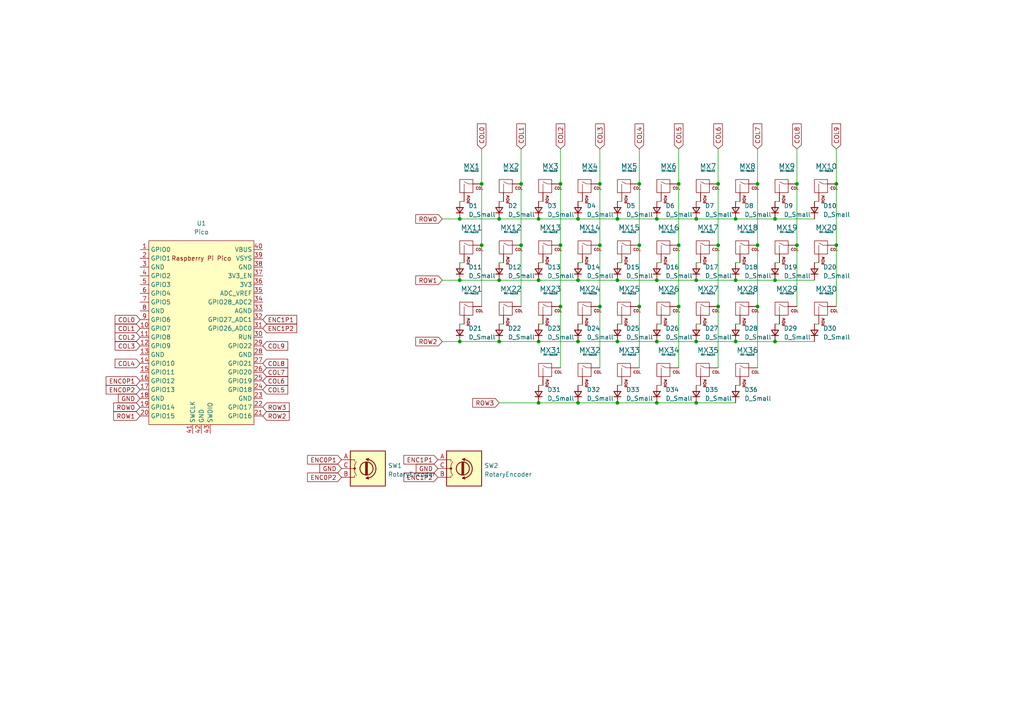
<source format=kicad_sch>
(kicad_sch (version 20211123) (generator eeschema)
  (paper "A4")
  (lib_symbols
    (symbol "Device:D_Small" (pin_numbers hide) (pin_names (offset 0.254) hide)
      (property "Reference" "D" (at -1.27 2.032 0))
      (property "Value" "D_Small" (at -3.81 -2.032 0))
      (symbol "D_Small_0_1"
        (polyline (pts (xy -0.762 -1.016) (xy -0.762 1.016)) (stroke (width 0.254)))
        (polyline (pts (xy -0.762 0) (xy 0.762 0)))
        (polyline (pts (xy 0.762 -1.016) (xy -0.762 0) (xy 0.762 1.016) (xy 0.762 -1.016)) (stroke (width 0.254)))
      )
      (symbol "D_Small_1_1"
        (pin passive line (at -2.54 0 0) (length 1.778) (name "K") (number "1"))
        (pin passive line (at 2.54 0 180) (length 1.778) (name "A") (number "2"))
      )
    )
    (symbol "Device:RotaryEncoder" (pin_names (offset 0.254) hide)
      (property "Reference" "SW" (at 0 6.604 0))
      (property "Value" "RotaryEncoder" (at 0 -6.604 0))
      (symbol "RotaryEncoder_0_1"
        (rectangle (start -5.08 5.08) (end 5.08 -5.08) (stroke (width 0.254)) (fill (type background)))
        (circle (center -3.81 0) (radius 0.254) (fill (type outline)))
        (arc (start -0.381 -2.794) (mid 2.3622 -0.0508) (end -0.381 2.667) (stroke (width 0.254)))
        (circle (center -0.381 0) (radius 1.905) (stroke (width 0.254)))
        (polyline (pts (xy -0.635 -1.778) (xy -0.635 1.778)) (stroke (width 0.254)))
        (polyline (pts (xy -0.381 -1.778) (xy -0.381 1.778)) (stroke (width 0.254)))
        (polyline (pts (xy -0.127 1.778) (xy -0.127 -1.778)) (stroke (width 0.254)))
        (polyline (pts (xy -5.08 -2.54) (xy -3.81 -2.54) (xy -3.81 -2.032)))
        (polyline (pts (xy -5.08 2.54) (xy -3.81 2.54) (xy -3.81 2.032)))
        (polyline (pts (xy 0.254 -3.048) (xy -0.508 -2.794) (xy 0.127 -2.413)) (stroke (width 0.254)))
        (polyline (pts (xy 0.254 2.921) (xy -0.508 2.667) (xy 0.127 2.286)) (stroke (width 0.254)))
        (polyline (pts (xy -5.08 0) (xy -3.81 0) (xy -3.81 -1.016) (xy -3.302 -2.032)))
        (polyline (pts (xy -4.318 0) (xy -3.81 0) (xy -3.81 1.016) (xy -3.302 2.032)))
      )
      (symbol "RotaryEncoder_1_1"
        (pin passive line (at -7.62 2.54 0) (length 2.54) (name "A") (number "A"))
        (pin passive line (at -7.62 -2.54 0) (length 2.54) (name "B") (number "B"))
        (pin passive line (at -7.62 0 0) (length 2.54) (name "C") (number "C"))
      )
    )
    (symbol "MCU_RaspberryPi_and_Boards:Pico"
      (property "Reference" "U" (at -13.97 27.94 0))
      (property "Value" "Pico" (at 0 19.05 0))
      (symbol "Pico_0_0"
        (text "Raspberry Pi Pico" (at 0 21.59 0) (effects (font (size 1.27 1.27))))
      )
      (symbol "Pico_0_1"
        (rectangle (start -15.24 26.67) (end 15.24 -26.67) (fill (type background)))
      )
      (symbol "Pico_1_1"
        (pin bidirectional line (at -17.78 24.13 0) (length 2.54) (name "GPIO0") (number "1"))
        (pin bidirectional line (at -17.78 1.27 0) (length 2.54) (name "GPIO7") (number "10"))
        (pin bidirectional line (at -17.78 -1.27 0) (length 2.54) (name "GPIO8") (number "11"))
        (pin bidirectional line (at -17.78 -3.81 0) (length 2.54) (name "GPIO9") (number "12"))
        (pin power_in line (at -17.78 -6.35 0) (length 2.54) (name "GND") (number "13"))
        (pin bidirectional line (at -17.78 -8.89 0) (length 2.54) (name "GPIO10") (number "14"))
        (pin bidirectional line (at -17.78 -11.43 0) (length 2.54) (name "GPIO11") (number "15"))
        (pin bidirectional line (at -17.78 -13.97 0) (length 2.54) (name "GPIO12") (number "16"))
        (pin bidirectional line (at -17.78 -16.51 0) (length 2.54) (name "GPIO13") (number "17"))
        (pin power_in line (at -17.78 -19.05 0) (length 2.54) (name "GND") (number "18"))
        (pin bidirectional line (at -17.78 -21.59 0) (length 2.54) (name "GPIO14") (number "19"))
        (pin bidirectional line (at -17.78 21.59 0) (length 2.54) (name "GPIO1") (number "2"))
        (pin bidirectional line (at -17.78 -24.13 0) (length 2.54) (name "GPIO15") (number "20"))
        (pin bidirectional line (at 17.78 -24.13 180) (length 2.54) (name "GPIO16") (number "21"))
        (pin bidirectional line (at 17.78 -21.59 180) (length 2.54) (name "GPIO17") (number "22"))
        (pin power_in line (at 17.78 -19.05 180) (length 2.54) (name "GND") (number "23"))
        (pin bidirectional line (at 17.78 -16.51 180) (length 2.54) (name "GPIO18") (number "24"))
        (pin bidirectional line (at 17.78 -13.97 180) (length 2.54) (name "GPIO19") (number "25"))
        (pin bidirectional line (at 17.78 -11.43 180) (length 2.54) (name "GPIO20") (number "26"))
        (pin bidirectional line (at 17.78 -8.89 180) (length 2.54) (name "GPIO21") (number "27"))
        (pin power_in line (at 17.78 -6.35 180) (length 2.54) (name "GND") (number "28"))
        (pin bidirectional line (at 17.78 -3.81 180) (length 2.54) (name "GPIO22") (number "29"))
        (pin power_in line (at -17.78 19.05 0) (length 2.54) (name "GND") (number "3"))
        (pin input line (at 17.78 -1.27 180) (length 2.54) (name "RUN") (number "30"))
        (pin bidirectional line (at 17.78 1.27 180) (length 2.54) (name "GPIO26_ADC0") (number "31"))
        (pin bidirectional line (at 17.78 3.81 180) (length 2.54) (name "GPIO27_ADC1") (number "32"))
        (pin power_in line (at 17.78 6.35 180) (length 2.54) (name "AGND") (number "33"))
        (pin bidirectional line (at 17.78 8.89 180) (length 2.54) (name "GPIO28_ADC2") (number "34"))
        (pin power_in line (at 17.78 11.43 180) (length 2.54) (name "ADC_VREF") (number "35"))
        (pin power_in line (at 17.78 13.97 180) (length 2.54) (name "3V3") (number "36"))
        (pin input line (at 17.78 16.51 180) (length 2.54) (name "3V3_EN") (number "37"))
        (pin bidirectional line (at 17.78 19.05 180) (length 2.54) (name "GND") (number "38"))
        (pin power_in line (at 17.78 21.59 180) (length 2.54) (name "VSYS") (number "39"))
        (pin bidirectional line (at -17.78 16.51 0) (length 2.54) (name "GPIO2") (number "4"))
        (pin power_in line (at 17.78 24.13 180) (length 2.54) (name "VBUS") (number "40"))
        (pin input line (at -2.54 -29.21 90) (length 2.54) (name "SWCLK") (number "41"))
        (pin power_in line (at 0 -29.21 90) (length 2.54) (name "GND") (number "42"))
        (pin bidirectional line (at 2.54 -29.21 90) (length 2.54) (name "SWDIO") (number "43"))
        (pin bidirectional line (at -17.78 13.97 0) (length 2.54) (name "GPIO3") (number "5"))
        (pin bidirectional line (at -17.78 11.43 0) (length 2.54) (name "GPIO4") (number "6"))
        (pin bidirectional line (at -17.78 8.89 0) (length 2.54) (name "GPIO5") (number "7"))
        (pin power_in line (at -17.78 6.35 0) (length 2.54) (name "GND") (number "8"))
        (pin bidirectional line (at -17.78 3.81 0) (length 2.54) (name "GPIO6") (number "9"))
      )
    )
    (symbol "MX_Alps_Hybrid:MX-NoLED" (pin_names (offset 1.016))
      (property "Reference" "MX" (at -0.635 3.81 0))
      (property "Value" "MX-NoLED" (at -0.635 1.27 0))
      (symbol "MX-NoLED_0_0"
        (rectangle (start -2.54 2.54) (end 1.27 -1.27))
        (polyline (pts (xy -1.27 -1.27) (xy -1.27 1.27)) (stroke (width 0.127)))
        (polyline (pts (xy 1.27 1.27) (xy 0 1.27) (xy -1.27 1.905)) (stroke (width 0.127)))
        (text "COL" (at 3.175 0 0) (effects (font (size 0.762 0.762))))
        (text "ROW" (at 0 -1.905 900) (effects (font (size 0.762 0.762)) (justify right)))
      )
      (symbol "MX-NoLED_1_1"
        (pin passive line (at 3.81 1.27 180) (length 2.54) (name "COL") (number "1"))
        (pin passive line (at -1.27 -3.81 90) (length 2.54) (name "ROW") (number "2"))
      )
    )
  )
  (junction (at 179.07 81.28))
  (junction (at 144.78 99.06))
  (junction (at 156.21 116.84))
  (junction (at 167.64 99.06))
  (junction (at 190.5 116.84))
  (junction (at 224.79 99.06))
  (junction (at 139.7 53.34))
  (junction (at 173.99 71.12))
  (junction (at 167.64 81.28))
  (junction (at 139.7 71.12))
  (junction (at 173.99 88.9))
  (junction (at 167.64 116.84))
  (junction (at 179.07 63.5))
  (junction (at 179.07 116.84))
  (junction (at 213.36 81.28))
  (junction (at 167.64 63.5))
  (junction (at 190.5 63.5))
  (junction (at 133.35 99.06))
  (junction (at 219.71 88.9))
  (junction (at 208.28 53.34))
  (junction (at 185.42 53.34))
  (junction (at 156.21 99.06))
  (junction (at 242.57 53.34))
  (junction (at 219.71 53.34))
  (junction (at 144.78 63.5))
  (junction (at 133.35 63.5))
  (junction (at 179.07 99.06))
  (junction (at 162.56 88.9))
  (junction (at 190.5 81.28))
  (junction (at 213.36 63.5))
  (junction (at 151.13 71.12))
  (junction (at 201.93 63.5))
  (junction (at 156.21 81.28))
  (junction (at 231.14 71.12))
  (junction (at 219.71 71.12))
  (junction (at 201.93 116.84))
  (junction (at 185.42 71.12))
  (junction (at 208.28 88.9))
  (junction (at 162.56 71.12))
  (junction (at 151.13 53.34))
  (junction (at 196.85 53.34))
  (junction (at 201.93 99.06))
  (junction (at 242.57 71.12))
  (junction (at 190.5 99.06))
  (junction (at 224.79 81.28))
  (junction (at 156.21 63.5))
  (junction (at 224.79 63.5))
  (junction (at 133.35 81.28))
  (junction (at 196.85 71.12))
  (junction (at 201.93 81.28))
  (junction (at 144.78 81.28))
  (junction (at 185.42 88.9))
  (junction (at 162.56 53.34))
  (junction (at 231.14 53.34))
  (junction (at 196.85 88.9))
  (junction (at 208.28 71.12))
  (junction (at 213.36 99.06))
  (junction (at 173.99 53.34))
  (wire (pts (xy 208.28 71.12) (xy 208.28 88.9)))
  (wire (pts (xy 144.78 58.42) (xy 146.05 58.42)))
  (wire (pts (xy 231.14 53.34) (xy 231.14 71.12)))
  (wire (pts (xy 190.5 99.06) (xy 201.93 99.06)))
  (wire (pts (xy 201.93 111.76) (xy 203.2 111.76)))
  (wire (pts (xy 242.57 71.12) (xy 242.57 88.9)))
  (wire (pts (xy 179.07 58.42) (xy 180.34 58.42)))
  (wire (pts (xy 173.99 88.9) (xy 173.99 106.68)))
  (wire (pts (xy 179.07 111.76) (xy 180.34 111.76)))
  (wire (pts (xy 162.56 88.9) (xy 162.56 106.68)))
  (wire (pts (xy 167.64 111.76) (xy 168.91 111.76)))
  (wire (pts (xy 167.64 76.2) (xy 168.91 76.2)))
  (wire (pts (xy 201.93 116.84) (xy 213.36 116.84)))
  (wire (pts (xy 201.93 93.98) (xy 203.2 93.98)))
  (wire (pts (xy 231.14 43.18) (xy 231.14 53.34)))
  (wire (pts (xy 162.56 71.12) (xy 162.56 88.9)))
  (wire (pts (xy 167.64 81.28) (xy 179.07 81.28)))
  (wire (pts (xy 151.13 43.18) (xy 151.13 53.34)))
  (wire (pts (xy 208.28 53.34) (xy 208.28 71.12)))
  (wire (pts (xy 139.7 71.12) (xy 139.7 88.9)))
  (wire (pts (xy 156.21 58.42) (xy 157.48 58.42)))
  (wire (pts (xy 156.21 116.84) (xy 167.64 116.84)))
  (wire (pts (xy 179.07 81.28) (xy 190.5 81.28)))
  (wire (pts (xy 156.21 63.5) (xy 167.64 63.5)))
  (wire (pts (xy 133.35 58.42) (xy 134.62 58.42)))
  (wire (pts (xy 190.5 93.98) (xy 191.77 93.98)))
  (wire (pts (xy 236.22 76.2) (xy 237.49 76.2)))
  (wire (pts (xy 167.64 116.84) (xy 179.07 116.84)))
  (wire (pts (xy 201.93 63.5) (xy 213.36 63.5)))
  (wire (pts (xy 167.64 99.06) (xy 179.07 99.06)))
  (wire (pts (xy 208.28 88.9) (xy 208.28 106.68)))
  (wire (pts (xy 133.35 93.98) (xy 134.62 93.98)))
  (wire (pts (xy 236.22 93.98) (xy 237.49 93.98)))
  (wire (pts (xy 179.07 76.2) (xy 180.34 76.2)))
  (wire (pts (xy 196.85 71.12) (xy 196.85 88.9)))
  (wire (pts (xy 173.99 71.12) (xy 173.99 88.9)))
  (wire (pts (xy 179.07 116.84) (xy 190.5 116.84)))
  (wire (pts (xy 224.79 76.2) (xy 226.06 76.2)))
  (wire (pts (xy 128.27 63.5) (xy 133.35 63.5)))
  (wire (pts (xy 156.21 81.28) (xy 167.64 81.28)))
  (wire (pts (xy 133.35 81.28) (xy 144.78 81.28)))
  (wire (pts (xy 162.56 43.18) (xy 162.56 53.34)))
  (wire (pts (xy 213.36 111.76) (xy 214.63 111.76)))
  (wire (pts (xy 201.93 99.06) (xy 213.36 99.06)))
  (wire (pts (xy 185.42 88.9) (xy 185.42 106.68)))
  (wire (pts (xy 201.93 58.42) (xy 203.2 58.42)))
  (wire (pts (xy 213.36 76.2) (xy 214.63 76.2)))
  (wire (pts (xy 156.21 93.98) (xy 157.48 93.98)))
  (wire (pts (xy 139.7 43.18) (xy 139.7 53.34)))
  (wire (pts (xy 144.78 81.28) (xy 156.21 81.28)))
  (wire (pts (xy 236.22 58.42) (xy 237.49 58.42)))
  (wire (pts (xy 224.79 58.42) (xy 226.06 58.42)))
  (wire (pts (xy 162.56 53.34) (xy 162.56 71.12)))
  (wire (pts (xy 219.71 53.34) (xy 219.71 71.12)))
  (wire (pts (xy 156.21 99.06) (xy 167.64 99.06)))
  (wire (pts (xy 219.71 43.18) (xy 219.71 53.34)))
  (wire (pts (xy 201.93 76.2) (xy 203.2 76.2)))
  (wire (pts (xy 190.5 81.28) (xy 201.93 81.28)))
  (wire (pts (xy 128.27 81.28) (xy 133.35 81.28)))
  (wire (pts (xy 190.5 116.84) (xy 201.93 116.84)))
  (wire (pts (xy 196.85 53.34) (xy 196.85 71.12)))
  (wire (pts (xy 133.35 63.5) (xy 144.78 63.5)))
  (wire (pts (xy 224.79 93.98) (xy 226.06 93.98)))
  (wire (pts (xy 156.21 76.2) (xy 157.48 76.2)))
  (wire (pts (xy 190.5 76.2) (xy 191.77 76.2)))
  (wire (pts (xy 185.42 71.12) (xy 185.42 88.9)))
  (wire (pts (xy 219.71 71.12) (xy 219.71 88.9)))
  (wire (pts (xy 173.99 53.34) (xy 173.99 71.12)))
  (wire (pts (xy 190.5 58.42) (xy 191.77 58.42)))
  (wire (pts (xy 213.36 93.98) (xy 214.63 93.98)))
  (wire (pts (xy 144.78 99.06) (xy 156.21 99.06)))
  (wire (pts (xy 196.85 43.18) (xy 196.85 53.34)))
  (wire (pts (xy 224.79 81.28) (xy 236.22 81.28)))
  (wire (pts (xy 128.27 99.06) (xy 133.35 99.06)))
  (wire (pts (xy 133.35 99.06) (xy 144.78 99.06)))
  (wire (pts (xy 167.64 63.5) (xy 179.07 63.5)))
  (wire (pts (xy 179.07 99.06) (xy 190.5 99.06)))
  (wire (pts (xy 139.7 53.34) (xy 139.7 71.12)))
  (wire (pts (xy 151.13 71.12) (xy 151.13 88.9)))
  (wire (pts (xy 213.36 99.06) (xy 224.79 99.06)))
  (wire (pts (xy 196.85 88.9) (xy 196.85 106.68)))
  (wire (pts (xy 213.36 81.28) (xy 224.79 81.28)))
  (wire (pts (xy 224.79 99.06) (xy 236.22 99.06)))
  (wire (pts (xy 173.99 43.18) (xy 173.99 53.34)))
  (wire (pts (xy 144.78 93.98) (xy 146.05 93.98)))
  (wire (pts (xy 224.79 63.5) (xy 236.22 63.5)))
  (wire (pts (xy 185.42 53.34) (xy 185.42 71.12)))
  (wire (pts (xy 190.5 63.5) (xy 201.93 63.5)))
  (wire (pts (xy 144.78 116.84) (xy 156.21 116.84)))
  (wire (pts (xy 231.14 71.12) (xy 231.14 88.9)))
  (wire (pts (xy 208.28 43.18) (xy 208.28 53.34)))
  (wire (pts (xy 213.36 58.42) (xy 214.63 58.42)))
  (wire (pts (xy 144.78 63.5) (xy 156.21 63.5)))
  (wire (pts (xy 219.71 88.9) (xy 219.71 106.68)))
  (wire (pts (xy 144.78 76.2) (xy 146.05 76.2)))
  (wire (pts (xy 167.64 93.98) (xy 168.91 93.98)))
  (wire (pts (xy 190.5 111.76) (xy 191.77 111.76)))
  (wire (pts (xy 156.21 111.76) (xy 157.48 111.76)))
  (wire (pts (xy 151.13 53.34) (xy 151.13 71.12)))
  (wire (pts (xy 179.07 93.98) (xy 180.34 93.98)))
  (wire (pts (xy 167.64 58.42) (xy 168.91 58.42)))
  (wire (pts (xy 185.42 43.18) (xy 185.42 53.34)))
  (wire (pts (xy 242.57 43.18) (xy 242.57 53.34)))
  (wire (pts (xy 133.35 76.2) (xy 134.62 76.2)))
  (wire (pts (xy 179.07 63.5) (xy 190.5 63.5)))
  (wire (pts (xy 201.93 81.28) (xy 213.36 81.28)))
  (wire (pts (xy 213.36 63.5) (xy 224.79 63.5)))
  (wire (pts (xy 242.57 53.34) (xy 242.57 71.12)))
  (global_label "COL9" (shape input) (at 76.2 100.33 0) (property "Intersheet References" "${INTERSHEET_REFS}" (effects hide)))
  (global_label "ROW2" (shape input) (at 128.27 99.06 180) (property "Intersheet References" "${INTERSHEET_REFS}" (effects hide)))
  (global_label "COL1" (shape input) (at 40.64 95.25 180) (property "Intersheet References" "${INTERSHEET_REFS}" (effects hide)))
  (global_label "COL5" (shape input) (at 196.85 43.18 90) (property "Intersheet References" "${INTERSHEET_REFS}" (effects hide)))
  (global_label "COL8" (shape input) (at 231.14 43.18 90) (property "Intersheet References" "${INTERSHEET_REFS}" (effects hide)))
  (global_label "GND" (shape input) (at 99.06 135.89 180) (property "Intersheet References" "${INTERSHEET_REFS}" (effects hide)))
  (global_label "COL2" (shape input) (at 40.64 97.79 180) (property "Intersheet References" "${INTERSHEET_REFS}" (effects hide)))
  (global_label "COL6" (shape input) (at 208.28 43.18 90) (property "Intersheet References" "${INTERSHEET_REFS}" (effects hide)))
  (global_label "ENC0P1" (shape input) (at 99.06 133.35 180) (property "Intersheet References" "${INTERSHEET_REFS}" (effects hide)))
  (global_label "COL6" (shape input) (at 76.2 110.49 0) (property "Intersheet References" "${INTERSHEET_REFS}" (effects hide)))
  (global_label "COL9" (shape input) (at 242.57 43.18 90) (property "Intersheet References" "${INTERSHEET_REFS}" (effects hide)))
  (global_label "ENC1P2" (shape input) (at 127 138.43 180) (property "Intersheet References" "${INTERSHEET_REFS}" (effects hide)))
  (global_label "ROW3" (shape input) (at 76.2 118.11 0) (property "Intersheet References" "${INTERSHEET_REFS}" (effects hide)))
  (global_label "COL7" (shape input) (at 76.2 107.95 0) (property "Intersheet References" "${INTERSHEET_REFS}" (effects hide)))
  (global_label "COL8" (shape input) (at 76.2 105.41 0) (property "Intersheet References" "${INTERSHEET_REFS}" (effects hide)))
  (global_label "COL1" (shape input) (at 151.13 43.18 90) (property "Intersheet References" "${INTERSHEET_REFS}" (effects hide)))
  (global_label "COL3" (shape input) (at 40.64 100.33 180) (property "Intersheet References" "${INTERSHEET_REFS}" (effects hide)))
  (global_label "ROW2" (shape input) (at 76.2 120.65 0) (property "Intersheet References" "${INTERSHEET_REFS}" (effects hide)))
  (global_label "ROW1" (shape input) (at 128.27 81.28 180) (property "Intersheet References" "${INTERSHEET_REFS}" (effects hide)))
  (global_label "ENC0P2" (shape input) (at 99.06 138.43 180) (property "Intersheet References" "${INTERSHEET_REFS}" (effects hide)))
  (global_label "ENC0P2" (shape input) (at 40.64 113.03 180) (property "Intersheet References" "${INTERSHEET_REFS}" (effects hide)))
  (global_label "GND" (shape input) (at 127 135.89 180) (property "Intersheet References" "${INTERSHEET_REFS}" (effects hide)))
  (global_label "GND" (shape input) (at 40.64 115.57 180) (property "Intersheet References" "${INTERSHEET_REFS}" (effects hide)))
  (global_label "COL2" (shape input) (at 162.56 43.18 90) (property "Intersheet References" "${INTERSHEET_REFS}" (effects hide)))
  (global_label "ENC1P1" (shape input) (at 76.2 92.71 0) (property "Intersheet References" "${INTERSHEET_REFS}" (effects hide)))
  (global_label "COL3" (shape input) (at 173.99 43.18 90) (property "Intersheet References" "${INTERSHEET_REFS}" (effects hide)))
  (global_label "COL0" (shape input) (at 139.7 43.18 90) (property "Intersheet References" "${INTERSHEET_REFS}" (effects hide)))
  (global_label "COL5" (shape input) (at 76.2 113.03 0) (property "Intersheet References" "${INTERSHEET_REFS}" (effects hide)))
  (global_label "COL4" (shape input) (at 185.42 43.18 90) (property "Intersheet References" "${INTERSHEET_REFS}" (effects hide)))
  (global_label "ROW1" (shape input) (at 40.64 120.65 180) (property "Intersheet References" "${INTERSHEET_REFS}" (effects hide)))
  (global_label "ROW0" (shape input) (at 128.27 63.5 180) (property "Intersheet References" "${INTERSHEET_REFS}" (effects hide)))
  (global_label "ENC1P2" (shape input) (at 76.2 95.25 0) (property "Intersheet References" "${INTERSHEET_REFS}" (effects hide)))
  (global_label "COL0" (shape input) (at 40.64 92.71 180) (property "Intersheet References" "${INTERSHEET_REFS}" (effects hide)))
  (global_label "ROW3" (shape input) (at 144.78 116.84 180) (property "Intersheet References" "${INTERSHEET_REFS}" (effects hide)))
  (global_label "ROW0" (shape input) (at 40.64 118.11 180) (property "Intersheet References" "${INTERSHEET_REFS}" (effects hide)))
  (global_label "COL4" (shape input) (at 40.64 105.41 180) (property "Intersheet References" "${INTERSHEET_REFS}" (effects hide)))
  (global_label "ENC1P1" (shape input) (at 127 133.35 180) (property "Intersheet References" "${INTERSHEET_REFS}" (effects hide)))
  (global_label "COL7" (shape input) (at 219.71 43.18 90) (property "Intersheet References" "${INTERSHEET_REFS}" (effects hide)))
  (global_label "ENC0P1" (shape input) (at 40.64 110.49 180) (property "Intersheet References" "${INTERSHEET_REFS}" (effects hide)))
  (symbol (lib_id "MX_Alps_Hybrid:MX-NoLED") (at 181.61 107.95 0) (unit 1)
    (property "Reference" "MX33" (at 182.4956 101.6 0) (effects (font (size 1.524 1.524))))
    (property "Value" "MX-NoLED" (at 182.4956 102.87 0) (effects (font (size 0.508 0.508))))
    (property "Footprint" "Keebio-Parts:Kailh-PG1350-1u-NoLED" (effects hide))
  )
  (symbol (lib_id "MX_Alps_Hybrid:MX-NoLED") (at 181.61 90.17 0) (unit 1)
    (property "Reference" "MX25" (at 182.4956 83.82 0) (effects (font (size 1.524 1.524))))
    (property "Value" "MX-NoLED" (at 182.4956 85.09 0) (effects (font (size 0.508 0.508))))
    (property "Footprint" "Keebio-Parts:Kailh-PG1350-1u-NoLED" (effects hide))
  )
  (symbol (lib_id "Device:RotaryEncoder") (at 134.62 135.89 0) (unit 1)
    (property "Reference" "SW2" (at 140.462 135.0553 0) (effects (justify left)))
    (property "Value" "RotaryEncoder" (at 140.462 137.5922 0) (effects (justify left)))
    (property "Footprint" "Rotary_Encoder:RotaryEncoder_Alps_EC12E_Vertical_H20mm" (effects hide))
  )
  (symbol (lib_id "MX_Alps_Hybrid:MX-NoLED") (at 135.89 90.17 0) (unit 1)
    (property "Reference" "MX21" (at 136.7756 83.82 0) (effects (font (size 1.524 1.524))))
    (property "Value" "MX-NoLED" (at 136.7756 85.09 0) (effects (font (size 0.508 0.508))))
    (property "Footprint" "Keebio-Parts:Kailh-PG1350-1u-NoLED" (effects hide))
  )
  (symbol (lib_id "MX_Alps_Hybrid:MX-NoLED") (at 170.18 54.61 0) (unit 1)
    (property "Reference" "MX4" (at 171.0656 48.26 0) (effects (font (size 1.524 1.524))))
    (property "Value" "MX-NoLED" (at 171.0656 49.53 0) (effects (font (size 0.508 0.508))))
    (property "Footprint" "Keebio-Parts:Kailh-PG1350-1u-NoLED" (effects hide))
  )
  (symbol (lib_id "MX_Alps_Hybrid:MX-NoLED") (at 204.47 54.61 0) (unit 1)
    (property "Reference" "MX7" (at 205.3556 48.26 0) (effects (font (size 1.524 1.524))))
    (property "Value" "MX-NoLED" (at 205.3556 49.53 0) (effects (font (size 0.508 0.508))))
    (property "Footprint" "Keebio-Parts:Kailh-PG1350-1u-NoLED" (effects hide))
  )
  (symbol (lib_id "Device:D_Small") (at 201.93 96.52 90) (unit 1)
    (property "Reference" "D27" (at 204.47 95.2499 90) (effects (justify right)))
    (property "Value" "D_Small" (at 204.47 97.7899 90) (effects (justify right)))
    (property "Footprint" "Keebio-Parts:Diode-Hybrid-Back" (effects hide))
  )
  (symbol (lib_id "MX_Alps_Hybrid:MX-NoLED") (at 147.32 90.17 0) (unit 1)
    (property "Reference" "MX22" (at 148.2056 83.82 0) (effects (font (size 1.524 1.524))))
    (property "Value" "MX-NoLED" (at 148.2056 85.09 0) (effects (font (size 0.508 0.508))))
    (property "Footprint" "Keebio-Parts:Kailh-PG1350-1u-NoLED" (effects hide))
  )
  (symbol (lib_id "Device:D_Small") (at 167.64 60.96 90) (unit 1)
    (property "Reference" "D4" (at 170.18 59.6899 90) (effects (justify right)))
    (property "Value" "D_Small" (at 170.18 62.2299 90) (effects (justify right)))
    (property "Footprint" "Keebio-Parts:Diode-Hybrid-Back" (effects hide))
  )
  (symbol (lib_id "MX_Alps_Hybrid:MX-NoLED") (at 135.89 72.39 0) (unit 1)
    (property "Reference" "MX11" (at 136.7756 66.04 0) (effects (font (size 1.524 1.524))))
    (property "Value" "MX-NoLED" (at 136.7756 67.31 0) (effects (font (size 0.508 0.508))))
    (property "Footprint" "Keebio-Parts:Kailh-PG1350-1u-NoLED" (effects hide))
  )
  (symbol (lib_id "MX_Alps_Hybrid:MX-NoLED") (at 158.75 90.17 0) (unit 1)
    (property "Reference" "MX23" (at 159.6356 83.82 0) (effects (font (size 1.524 1.524))))
    (property "Value" "MX-NoLED" (at 159.6356 85.09 0) (effects (font (size 0.508 0.508))))
    (property "Footprint" "Keebio-Parts:Kailh-PG1350-1u-NoLED" (effects hide))
  )
  (symbol (lib_id "MX_Alps_Hybrid:MX-NoLED") (at 158.75 54.61 0) (unit 1)
    (property "Reference" "MX3" (at 159.6356 48.26 0) (effects (font (size 1.524 1.524))))
    (property "Value" "MX-NoLED" (at 159.6356 49.53 0) (effects (font (size 0.508 0.508))))
    (property "Footprint" "Keebio-Parts:Kailh-PG1350-1u-NoLED" (effects hide))
  )
  (symbol (lib_id "Device:D_Small") (at 190.5 60.96 90) (unit 1)
    (property "Reference" "D6" (at 193.04 59.6899 90) (effects (justify right)))
    (property "Value" "D_Small" (at 193.04 62.2299 90) (effects (justify right)))
    (property "Footprint" "Keebio-Parts:Diode-Hybrid-Back" (effects hide))
  )
  (symbol (lib_id "MX_Alps_Hybrid:MX-NoLED") (at 238.76 54.61 0) (unit 1)
    (property "Reference" "MX10" (at 239.6456 48.26 0) (effects (font (size 1.524 1.524))))
    (property "Value" "MX-NoLED" (at 239.6456 49.53 0) (effects (font (size 0.508 0.508))))
    (property "Footprint" "Keebio-Parts:Kailh-PG1350-1u-NoLED" (effects hide))
  )
  (symbol (lib_id "MX_Alps_Hybrid:MX-NoLED") (at 193.04 107.95 0) (unit 1)
    (property "Reference" "MX34" (at 193.9256 101.6 0) (effects (font (size 1.524 1.524))))
    (property "Value" "MX-NoLED" (at 193.9256 102.87 0) (effects (font (size 0.508 0.508))))
    (property "Footprint" "Keebio-Parts:Kailh-PG1350-1u-NoLED" (effects hide))
  )
  (symbol (lib_id "MX_Alps_Hybrid:MX-NoLED") (at 181.61 72.39 0) (unit 1)
    (property "Reference" "MX15" (at 182.4956 66.04 0) (effects (font (size 1.524 1.524))))
    (property "Value" "MX-NoLED" (at 182.4956 67.31 0) (effects (font (size 0.508 0.508))))
    (property "Footprint" "Keebio-Parts:Kailh-PG1350-1u-NoLED" (effects hide))
  )
  (symbol (lib_id "MX_Alps_Hybrid:MX-NoLED") (at 147.32 54.61 0) (unit 1)
    (property "Reference" "MX2" (at 148.2056 48.26 0) (effects (font (size 1.524 1.524))))
    (property "Value" "MX-NoLED" (at 148.2056 49.53 0) (effects (font (size 0.508 0.508))))
    (property "Footprint" "Keebio-Parts:Kailh-PG1350-1u-NoLED" (effects hide))
  )
  (symbol (lib_id "MX_Alps_Hybrid:MX-NoLED") (at 135.89 54.61 0) (unit 1)
    (property "Reference" "MX1" (at 136.7756 48.26 0) (effects (font (size 1.524 1.524))))
    (property "Value" "MX-NoLED" (at 136.7756 49.53 0) (effects (font (size 0.508 0.508))))
    (property "Footprint" "Keebio-Parts:Kailh-PG1350-1u-NoLED" (effects hide))
  )
  (symbol (lib_id "Device:D_Small") (at 179.07 78.74 90) (unit 1)
    (property "Reference" "D15" (at 181.61 77.4699 90) (effects (justify right)))
    (property "Value" "D_Small" (at 181.61 80.0099 90) (effects (justify right)))
    (property "Footprint" "Keebio-Parts:Diode-Hybrid-Back" (effects hide))
  )
  (symbol (lib_id "Device:D_Small") (at 213.36 78.74 90) (unit 1)
    (property "Reference" "D18" (at 215.9 77.4699 90) (effects (justify right)))
    (property "Value" "D_Small" (at 215.9 80.0099 90) (effects (justify right)))
    (property "Footprint" "Keebio-Parts:Diode-Hybrid-Back" (effects hide))
  )
  (symbol (lib_id "MX_Alps_Hybrid:MX-NoLED") (at 193.04 54.61 0) (unit 1)
    (property "Reference" "MX6" (at 193.9256 48.26 0) (effects (font (size 1.524 1.524))))
    (property "Value" "MX-NoLED" (at 193.9256 49.53 0) (effects (font (size 0.508 0.508))))
    (property "Footprint" "Keebio-Parts:Kailh-PG1350-1u-NoLED" (effects hide))
  )
  (symbol (lib_id "MX_Alps_Hybrid:MX-NoLED") (at 238.76 90.17 0) (unit 1)
    (property "Reference" "MX30" (at 239.6456 83.82 0) (effects (font (size 1.524 1.524))))
    (property "Value" "MX-NoLED" (at 239.6456 85.09 0) (effects (font (size 0.508 0.508))))
    (property "Footprint" "Keebio-Parts:Kailh-PG1350-1u-NoLED" (effects hide))
  )
  (symbol (lib_id "MX_Alps_Hybrid:MX-NoLED") (at 181.61 54.61 0) (unit 1)
    (property "Reference" "MX5" (at 182.4956 48.26 0) (effects (font (size 1.524 1.524))))
    (property "Value" "MX-NoLED" (at 182.4956 49.53 0) (effects (font (size 0.508 0.508))))
    (property "Footprint" "Keebio-Parts:Kailh-PG1350-1u-NoLED" (effects hide))
  )
  (symbol (lib_id "Device:RotaryEncoder") (at 106.68 135.89 0) (unit 1)
    (property "Reference" "SW1" (at 112.522 135.0553 0) (effects (justify left)))
    (property "Value" "RotaryEncoder" (at 112.522 137.5922 0) (effects (justify left)))
    (property "Footprint" "Rotary_Encoder:RotaryEncoder_Alps_EC12E_Vertical_H20mm" (effects hide))
  )
  (symbol (lib_id "MCU_RaspberryPi_and_Boards:Pico") (at 58.42 96.52 0) (unit 1)
    (property "Reference" "U1" (at 58.42 64.77 0))
    (property "Value" "Pico" (at 58.42 67.31 0))
    (property "Footprint" "MCU_RaspberryPi_and_Boards:RPi_Pico_SMD_TH" (effects hide))
  )
  (symbol (lib_id "MX_Alps_Hybrid:MX-NoLED") (at 147.32 72.39 0) (unit 1)
    (property "Reference" "MX12" (at 148.2056 66.04 0) (effects (font (size 1.524 1.524))))
    (property "Value" "MX-NoLED" (at 148.2056 67.31 0) (effects (font (size 0.508 0.508))))
    (property "Footprint" "Keebio-Parts:Kailh-PG1350-1u-NoLED" (effects hide))
  )
  (symbol (lib_id "Device:D_Small") (at 224.79 78.74 90) (unit 1)
    (property "Reference" "D19" (at 227.33 77.4699 90) (effects (justify right)))
    (property "Value" "D_Small" (at 227.33 80.0099 90) (effects (justify right)))
    (property "Footprint" "Keebio-Parts:Diode-Hybrid-Back" (effects hide))
  )
  (symbol (lib_id "MX_Alps_Hybrid:MX-NoLED") (at 215.9 107.95 0) (unit 1)
    (property "Reference" "MX36" (at 216.7856 101.6 0) (effects (font (size 1.524 1.524))))
    (property "Value" "MX-NoLED" (at 216.7856 102.87 0) (effects (font (size 0.508 0.508))))
    (property "Footprint" "Keebio-Parts:Kailh-PG1350-1u-NoLED" (effects hide))
  )
  (symbol (lib_id "Device:D_Small") (at 201.93 114.3 90) (unit 1)
    (property "Reference" "D35" (at 204.47 113.0299 90) (effects (justify right)))
    (property "Value" "D_Small" (at 204.47 115.5699 90) (effects (justify right)))
    (property "Footprint" "Keebio-Parts:Diode-Hybrid-Back" (effects hide))
  )
  (symbol (lib_id "MX_Alps_Hybrid:MX-NoLED") (at 204.47 107.95 0) (unit 1)
    (property "Reference" "MX35" (at 205.3556 101.6 0) (effects (font (size 1.524 1.524))))
    (property "Value" "MX-NoLED" (at 205.3556 102.87 0) (effects (font (size 0.508 0.508))))
    (property "Footprint" "Keebio-Parts:Kailh-PG1350-1u-NoLED" (effects hide))
  )
  (symbol (lib_id "Device:D_Small") (at 167.64 96.52 90) (unit 1)
    (property "Reference" "D24" (at 170.18 95.2499 90) (effects (justify right)))
    (property "Value" "D_Small" (at 170.18 97.7899 90) (effects (justify right)))
    (property "Footprint" "Keebio-Parts:Diode-Hybrid-Back" (effects hide))
  )
  (symbol (lib_id "Device:D_Small") (at 133.35 60.96 90) (unit 1)
    (property "Reference" "D1" (at 135.89 59.6899 90) (effects (justify right)))
    (property "Value" "D_Small" (at 135.89 62.2299 90) (effects (justify right)))
    (property "Footprint" "Keebio-Parts:Diode-Hybrid-Back" (effects hide))
  )
  (symbol (lib_id "Device:D_Small") (at 213.36 60.96 90) (unit 1)
    (property "Reference" "D8" (at 215.9 59.6899 90) (effects (justify right)))
    (property "Value" "D_Small" (at 215.9 62.2299 90) (effects (justify right)))
    (property "Footprint" "Keebio-Parts:Diode-Hybrid-Back" (effects hide))
  )
  (symbol (lib_id "Device:D_Small") (at 167.64 78.74 90) (unit 1)
    (property "Reference" "D14" (at 170.18 77.4699 90) (effects (justify right)))
    (property "Value" "D_Small" (at 170.18 80.0099 90) (effects (justify right)))
    (property "Footprint" "Keebio-Parts:Diode-Hybrid-Back" (effects hide))
  )
  (symbol (lib_id "Device:D_Small") (at 167.64 114.3 90) (unit 1)
    (property "Reference" "D32" (at 170.18 113.0299 90) (effects (justify right)))
    (property "Value" "D_Small" (at 170.18 115.5699 90) (effects (justify right)))
    (property "Footprint" "Keebio-Parts:Diode-Hybrid-Back" (effects hide))
  )
  (symbol (lib_id "Device:D_Small") (at 213.36 114.3 90) (unit 1)
    (property "Reference" "D36" (at 215.9 113.0299 90) (effects (justify right)))
    (property "Value" "D_Small" (at 215.9 115.5699 90) (effects (justify right)))
    (property "Footprint" "Keebio-Parts:Diode-Hybrid-Back" (effects hide))
  )
  (symbol (lib_id "Device:D_Small") (at 236.22 60.96 90) (unit 1)
    (property "Reference" "D10" (at 238.76 59.6899 90) (effects (justify right)))
    (property "Value" "D_Small" (at 238.76 62.2299 90) (effects (justify right)))
    (property "Footprint" "Keebio-Parts:Diode-Hybrid-Back" (effects hide))
  )
  (symbol (lib_id "Device:D_Small") (at 156.21 114.3 90) (unit 1)
    (property "Reference" "D31" (at 158.75 113.0299 90) (effects (justify right)))
    (property "Value" "D_Small" (at 158.75 115.5699 90) (effects (justify right)))
    (property "Footprint" "Keebio-Parts:Diode-Hybrid-Back" (effects hide))
  )
  (symbol (lib_id "Device:D_Small") (at 236.22 78.74 90) (unit 1)
    (property "Reference" "D20" (at 238.76 77.4699 90) (effects (justify right)))
    (property "Value" "D_Small" (at 238.76 80.0099 90) (effects (justify right)))
    (property "Footprint" "Keebio-Parts:Diode-Hybrid-Back" (effects hide))
  )
  (symbol (lib_id "MX_Alps_Hybrid:MX-NoLED") (at 238.76 72.39 0) (unit 1)
    (property "Reference" "MX20" (at 239.6456 66.04 0) (effects (font (size 1.524 1.524))))
    (property "Value" "MX-NoLED" (at 239.6456 67.31 0) (effects (font (size 0.508 0.508))))
    (property "Footprint" "Keebio-Parts:Kailh-PG1350-1u-NoLED" (effects hide))
  )
  (symbol (lib_id "MX_Alps_Hybrid:MX-NoLED") (at 215.9 54.61 0) (unit 1)
    (property "Reference" "MX8" (at 216.7856 48.26 0) (effects (font (size 1.524 1.524))))
    (property "Value" "MX-NoLED" (at 216.7856 49.53 0) (effects (font (size 0.508 0.508))))
    (property "Footprint" "Keebio-Parts:Kailh-PG1350-1u-NoLED" (effects hide))
  )
  (symbol (lib_id "Device:D_Small") (at 224.79 96.52 90) (unit 1)
    (property "Reference" "D29" (at 227.33 95.2499 90) (effects (justify right)))
    (property "Value" "D_Small" (at 227.33 97.7899 90) (effects (justify right)))
    (property "Footprint" "Keebio-Parts:Diode-Hybrid-Back" (effects hide))
  )
  (symbol (lib_id "Device:D_Small") (at 190.5 78.74 90) (unit 1)
    (property "Reference" "D16" (at 193.04 77.4699 90) (effects (justify right)))
    (property "Value" "D_Small" (at 193.04 80.0099 90) (effects (justify right)))
    (property "Footprint" "Keebio-Parts:Diode-Hybrid-Back" (effects hide))
  )
  (symbol (lib_id "MX_Alps_Hybrid:MX-NoLED") (at 170.18 107.95 0) (unit 1)
    (property "Reference" "MX32" (at 171.0656 101.6 0) (effects (font (size 1.524 1.524))))
    (property "Value" "MX-NoLED" (at 171.0656 102.87 0) (effects (font (size 0.508 0.508))))
    (property "Footprint" "Keebio-Parts:Kailh-PG1350-1u-NoLED" (effects hide))
  )
  (symbol (lib_id "MX_Alps_Hybrid:MX-NoLED") (at 170.18 72.39 0) (unit 1)
    (property "Reference" "MX14" (at 171.0656 66.04 0) (effects (font (size 1.524 1.524))))
    (property "Value" "MX-NoLED" (at 171.0656 67.31 0) (effects (font (size 0.508 0.508))))
    (property "Footprint" "Keebio-Parts:Kailh-PG1350-1u-NoLED" (effects hide))
  )
  (symbol (lib_id "MX_Alps_Hybrid:MX-NoLED") (at 227.33 54.61 0) (unit 1)
    (property "Reference" "MX9" (at 228.2156 48.26 0) (effects (font (size 1.524 1.524))))
    (property "Value" "MX-NoLED" (at 228.2156 49.53 0) (effects (font (size 0.508 0.508))))
    (property "Footprint" "Keebio-Parts:Kailh-PG1350-1u-NoLED" (effects hide))
  )
  (symbol (lib_id "Device:D_Small") (at 213.36 96.52 90) (unit 1)
    (property "Reference" "D28" (at 215.9 95.2499 90) (effects (justify right)))
    (property "Value" "D_Small" (at 215.9 97.7899 90) (effects (justify right)))
    (property "Footprint" "Keebio-Parts:Diode-Hybrid-Back" (effects hide))
  )
  (symbol (lib_id "Device:D_Small") (at 144.78 60.96 90) (unit 1)
    (property "Reference" "D2" (at 147.32 59.6899 90) (effects (justify right)))
    (property "Value" "D_Small" (at 147.32 62.2299 90) (effects (justify right)))
    (property "Footprint" "Keebio-Parts:Diode-Hybrid-Back" (effects hide))
  )
  (symbol (lib_id "Device:D_Small") (at 179.07 114.3 90) (unit 1)
    (property "Reference" "D33" (at 181.61 113.0299 90) (effects (justify right)))
    (property "Value" "D_Small" (at 181.61 115.5699 90) (effects (justify right)))
    (property "Footprint" "Keebio-Parts:Diode-Hybrid-Back" (effects hide))
  )
  (symbol (lib_id "Device:D_Small") (at 133.35 78.74 90) (unit 1)
    (property "Reference" "D11" (at 135.89 77.4699 90) (effects (justify right)))
    (property "Value" "D_Small" (at 135.89 80.0099 90) (effects (justify right)))
    (property "Footprint" "Keebio-Parts:Diode-Hybrid-Back" (effects hide))
  )
  (symbol (lib_id "Device:D_Small") (at 190.5 114.3 90) (unit 1)
    (property "Reference" "D34" (at 193.04 113.0299 90) (effects (justify right)))
    (property "Value" "D_Small" (at 193.04 115.5699 90) (effects (justify right)))
    (property "Footprint" "Keebio-Parts:Diode-Hybrid-Back" (effects hide))
  )
  (symbol (lib_id "MX_Alps_Hybrid:MX-NoLED") (at 170.18 90.17 0) (unit 1)
    (property "Reference" "MX24" (at 171.0656 83.82 0) (effects (font (size 1.524 1.524))))
    (property "Value" "MX-NoLED" (at 171.0656 85.09 0) (effects (font (size 0.508 0.508))))
    (property "Footprint" "Keebio-Parts:Kailh-PG1350-1u-NoLED" (effects hide))
  )
  (symbol (lib_id "MX_Alps_Hybrid:MX-NoLED") (at 158.75 107.95 0) (unit 1)
    (property "Reference" "MX31" (at 159.6356 101.6 0) (effects (font (size 1.524 1.524))))
    (property "Value" "MX-NoLED" (at 159.6356 102.87 0) (effects (font (size 0.508 0.508))))
    (property "Footprint" "Keebio-Parts:Kailh-PG1350-1u-NoLED" (effects hide))
  )
  (symbol (lib_id "MX_Alps_Hybrid:MX-NoLED") (at 215.9 72.39 0) (unit 1)
    (property "Reference" "MX18" (at 216.7856 66.04 0) (effects (font (size 1.524 1.524))))
    (property "Value" "MX-NoLED" (at 216.7856 67.31 0) (effects (font (size 0.508 0.508))))
    (property "Footprint" "Keebio-Parts:Kailh-PG1350-1u-NoLED" (effects hide))
  )
  (symbol (lib_id "MX_Alps_Hybrid:MX-NoLED") (at 193.04 72.39 0) (unit 1)
    (property "Reference" "MX16" (at 193.9256 66.04 0) (effects (font (size 1.524 1.524))))
    (property "Value" "MX-NoLED" (at 193.9256 67.31 0) (effects (font (size 0.508 0.508))))
    (property "Footprint" "Keebio-Parts:Kailh-PG1350-1u-NoLED" (effects hide))
  )
  (symbol (lib_id "Device:D_Small") (at 201.93 78.74 90) (unit 1)
    (property "Reference" "D17" (at 204.47 77.4699 90) (effects (justify right)))
    (property "Value" "D_Small" (at 204.47 80.0099 90) (effects (justify right)))
    (property "Footprint" "Keebio-Parts:Diode-Hybrid-Back" (effects hide))
  )
  (symbol (lib_id "Device:D_Small") (at 156.21 60.96 90) (unit 1)
    (property "Reference" "D3" (at 158.75 59.6899 90) (effects (justify right)))
    (property "Value" "D_Small" (at 158.75 62.2299 90) (effects (justify right)))
    (property "Footprint" "Keebio-Parts:Diode-Hybrid-Back" (effects hide))
  )
  (symbol (lib_id "Device:D_Small") (at 179.07 60.96 90) (unit 1)
    (property "Reference" "D5" (at 181.61 59.6899 90) (effects (justify right)))
    (property "Value" "D_Small" (at 181.61 62.2299 90) (effects (justify right)))
    (property "Footprint" "Keebio-Parts:Diode-Hybrid-Back" (effects hide))
  )
  (symbol (lib_id "Device:D_Small") (at 144.78 96.52 90) (unit 1)
    (property "Reference" "D22" (at 147.32 95.2499 90) (effects (justify right)))
    (property "Value" "D_Small" (at 147.32 97.7899 90) (effects (justify right)))
    (property "Footprint" "Keebio-Parts:Diode-Hybrid-Back" (effects hide))
  )
  (symbol (lib_id "Device:D_Small") (at 144.78 78.74 90) (unit 1)
    (property "Reference" "D12" (at 147.32 77.4699 90) (effects (justify right)))
    (property "Value" "D_Small" (at 147.32 80.0099 90) (effects (justify right)))
    (property "Footprint" "Keebio-Parts:Diode-Hybrid-Back" (effects hide))
  )
  (symbol (lib_id "MX_Alps_Hybrid:MX-NoLED") (at 204.47 72.39 0) (unit 1)
    (property "Reference" "MX17" (at 205.3556 66.04 0) (effects (font (size 1.524 1.524))))
    (property "Value" "MX-NoLED" (at 205.3556 67.31 0) (effects (font (size 0.508 0.508))))
    (property "Footprint" "Keebio-Parts:Kailh-PG1350-1u-NoLED" (effects hide))
  )
  (symbol (lib_id "Device:D_Small") (at 224.79 60.96 90) (unit 1)
    (property "Reference" "D9" (at 227.33 59.6899 90) (effects (justify right)))
    (property "Value" "D_Small" (at 227.33 62.2299 90) (effects (justify right)))
    (property "Footprint" "Keebio-Parts:Diode-Hybrid-Back" (effects hide))
  )
  (symbol (lib_id "Device:D_Small") (at 236.22 96.52 90) (unit 1)
    (property "Reference" "D30" (at 238.76 95.2499 90) (effects (justify right)))
    (property "Value" "D_Small" (at 238.76 97.7899 90) (effects (justify right)))
    (property "Footprint" "Keebio-Parts:Diode-Hybrid-Back" (effects hide))
  )
  (symbol (lib_id "MX_Alps_Hybrid:MX-NoLED") (at 227.33 90.17 0) (unit 1)
    (property "Reference" "MX29" (at 228.2156 83.82 0) (effects (font (size 1.524 1.524))))
    (property "Value" "MX-NoLED" (at 228.2156 85.09 0) (effects (font (size 0.508 0.508))))
    (property "Footprint" "Keebio-Parts:Kailh-PG1350-1u-NoLED" (effects hide))
  )
  (symbol (lib_id "Device:D_Small") (at 133.35 96.52 90) (unit 1)
    (property "Reference" "D21" (at 135.89 95.2499 90) (effects (justify right)))
    (property "Value" "D_Small" (at 135.89 97.7899 90) (effects (justify right)))
    (property "Footprint" "Keebio-Parts:Diode-Hybrid-Back" (effects hide))
  )
  (symbol (lib_id "Device:D_Small") (at 156.21 78.74 90) (unit 1)
    (property "Reference" "D13" (at 158.75 77.4699 90) (effects (justify right)))
    (property "Value" "D_Small" (at 158.75 80.0099 90) (effects (justify right)))
    (property "Footprint" "Keebio-Parts:Diode-Hybrid-Back" (effects hide))
  )
  (symbol (lib_id "Device:D_Small") (at 190.5 96.52 90) (unit 1)
    (property "Reference" "D26" (at 193.04 95.2499 90) (effects (justify right)))
    (property "Value" "D_Small" (at 193.04 97.7899 90) (effects (justify right)))
    (property "Footprint" "Keebio-Parts:Diode-Hybrid-Back" (effects hide))
  )
  (symbol (lib_id "MX_Alps_Hybrid:MX-NoLED") (at 158.75 72.39 0) (unit 1)
    (property "Reference" "MX13" (at 159.6356 66.04 0) (effects (font (size 1.524 1.524))))
    (property "Value" "MX-NoLED" (at 159.6356 67.31 0) (effects (font (size 0.508 0.508))))
    (property "Footprint" "Keebio-Parts:Kailh-PG1350-1u-NoLED" (effects hide))
  )
  (symbol (lib_id "MX_Alps_Hybrid:MX-NoLED") (at 204.47 90.17 0) (unit 1)
    (property "Reference" "MX27" (at 205.3556 83.82 0) (effects (font (size 1.524 1.524))))
    (property "Value" "MX-NoLED" (at 205.3556 85.09 0) (effects (font (size 0.508 0.508))))
    (property "Footprint" "Keebio-Parts:Kailh-PG1350-1u-NoLED" (effects hide))
  )
  (symbol (lib_id "MX_Alps_Hybrid:MX-NoLED") (at 215.9 90.17 0) (unit 1)
    (property "Reference" "MX28" (at 216.7856 83.82 0) (effects (font (size 1.524 1.524))))
    (property "Value" "MX-NoLED" (at 216.7856 85.09 0) (effects (font (size 0.508 0.508))))
    (property "Footprint" "Keebio-Parts:Kailh-PG1350-1u-NoLED" (effects hide))
  )
  (symbol (lib_id "MX_Alps_Hybrid:MX-NoLED") (at 193.04 90.17 0) (unit 1)
    (property "Reference" "MX26" (at 193.9256 83.82 0) (effects (font (size 1.524 1.524))))
    (property "Value" "MX-NoLED" (at 193.9256 85.09 0) (effects (font (size 0.508 0.508))))
    (property "Footprint" "Keebio-Parts:Kailh-PG1350-1u-NoLED" (effects hide))
  )
  (symbol (lib_id "MX_Alps_Hybrid:MX-NoLED") (at 227.33 72.39 0) (unit 1)
    (property "Reference" "MX19" (at 228.2156 66.04 0) (effects (font (size 1.524 1.524))))
    (property "Value" "MX-NoLED" (at 228.2156 67.31 0) (effects (font (size 0.508 0.508))))
    (property "Footprint" "Keebio-Parts:Kailh-PG1350-1u-NoLED" (effects hide))
  )
  (symbol (lib_id "Device:D_Small") (at 201.93 60.96 90) (unit 1)
    (property "Reference" "D7" (at 204.47 59.6899 90) (effects (justify right)))
    (property "Value" "D_Small" (at 204.47 62.2299 90) (effects (justify right)))
    (property "Footprint" "Keebio-Parts:Diode-Hybrid-Back" (effects hide))
  )
  (symbol (lib_id "Device:D_Small") (at 179.07 96.52 90) (unit 1)
    (property "Reference" "D25" (at 181.61 95.2499 90) (effects (justify right)))
    (property "Value" "D_Small" (at 181.61 97.7899 90) (effects (justify right)))
    (property "Footprint" "Keebio-Parts:Diode-Hybrid-Back" (effects hide))
  )
  (symbol (lib_id "Device:D_Small") (at 156.21 96.52 90) (unit 1)
    (property "Reference" "D23" (at 158.75 95.2499 90) (effects (justify right)))
    (property "Value" "D_Small" (at 158.75 97.7899 90) (effects (justify right)))
    (property "Footprint" "Keebio-Parts:Diode-Hybrid-Back" (effects hide))
  )
)
</source>
